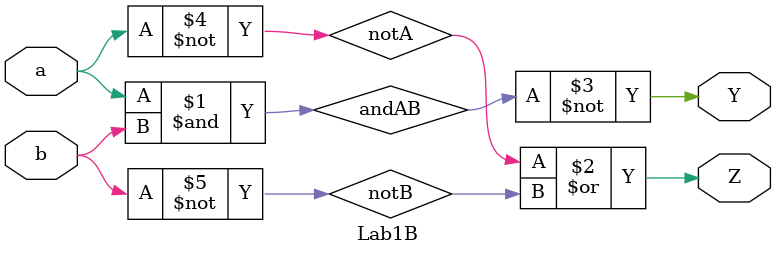
<source format=sv>
module Lab1B(
input logic a,b,
output logic Z, Y
);

	logic andAB, notA, notB, orAB;

	and(andAB, a, b);
	not(Y, andAB);
	
	not(notA, a);
	not(notB, b);
	or(Z, notA, notB);
	

endmodule
</source>
